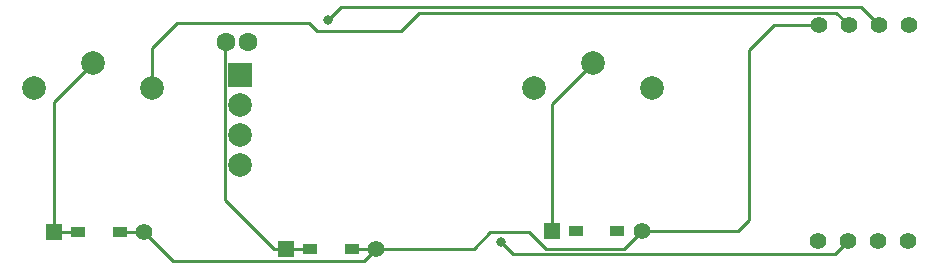
<source format=gbr>
G04 #@! TF.GenerationSoftware,KiCad,Pcbnew,(5.1.6-0-10_14)*
G04 #@! TF.CreationDate,2023-01-09T16:43:16+09:00*
G04 #@! TF.ProjectId,cool644,636f6f6c-3634-4342-9e6b-696361645f70,rev?*
G04 #@! TF.SameCoordinates,Original*
G04 #@! TF.FileFunction,Copper,L2,Bot*
G04 #@! TF.FilePolarity,Positive*
%FSLAX46Y46*%
G04 Gerber Fmt 4.6, Leading zero omitted, Abs format (unit mm)*
G04 Created by KiCad (PCBNEW (5.1.6-0-10_14)) date 2023-01-09 16:43:16*
%MOMM*%
%LPD*%
G01*
G04 APERTURE LIST*
G04 #@! TA.AperFunction,ComponentPad*
%ADD10C,2.000000*%
G04 #@! TD*
G04 #@! TA.AperFunction,ComponentPad*
%ADD11R,2.000000X2.000000*%
G04 #@! TD*
G04 #@! TA.AperFunction,ComponentPad*
%ADD12C,1.600000*%
G04 #@! TD*
G04 #@! TA.AperFunction,ComponentPad*
%ADD13C,1.397000*%
G04 #@! TD*
G04 #@! TA.AperFunction,ComponentPad*
%ADD14R,1.397000X1.397000*%
G04 #@! TD*
G04 #@! TA.AperFunction,SMDPad,CuDef*
%ADD15R,1.300000X0.950000*%
G04 #@! TD*
G04 #@! TA.AperFunction,ViaPad*
%ADD16C,0.800000*%
G04 #@! TD*
G04 #@! TA.AperFunction,Conductor*
%ADD17C,0.250000*%
G04 #@! TD*
G04 APERTURE END LIST*
D10*
X128715000Y75380000D03*
X128715000Y77920000D03*
X128715000Y80460000D03*
D11*
X128715000Y83000000D03*
D12*
X129340000Y85840000D03*
X127490000Y85840000D03*
D13*
X185300000Y87290000D03*
X182760000Y87290000D03*
X180220000Y87290000D03*
X177680000Y87290000D03*
X162690000Y69810000D03*
D14*
X155070000Y69810000D03*
D15*
X157105000Y69810000D03*
X160655000Y69810000D03*
D13*
X177660000Y68960000D03*
X180200000Y68960000D03*
X182740000Y68960000D03*
X185280000Y68960000D03*
X120530000Y69750000D03*
D14*
X112910000Y69750000D03*
D15*
X114945000Y69750000D03*
X118495000Y69750000D03*
X138215000Y68300000D03*
X134665000Y68300000D03*
D14*
X132630000Y68300000D03*
D13*
X140250000Y68300000D03*
D10*
X111270000Y81970000D03*
X116270000Y84070000D03*
X121270000Y81970000D03*
X163590000Y81970000D03*
X158590000Y84070000D03*
X153590000Y81970000D03*
D16*
X150820000Y68860000D03*
X136150000Y87660000D03*
D17*
X112910000Y80710000D02*
X116270000Y84070000D01*
X112910000Y69750000D02*
X112910000Y80710000D01*
X112910000Y69750000D02*
X114945000Y69750000D01*
X118495000Y69750000D02*
X120530000Y69750000D01*
X171770000Y85160000D02*
X171770000Y70760000D01*
X173900000Y87290000D02*
X171770000Y85160000D01*
X139226499Y67276499D02*
X140250000Y68300000D01*
X120530000Y69750000D02*
X123003501Y67276499D01*
X123003501Y67276499D02*
X139226499Y67276499D01*
X149880000Y69710000D02*
X153180000Y69710000D01*
X153788999Y69108999D02*
X154597998Y68300000D01*
X153788999Y69108999D02*
X153781001Y69108999D01*
X140250000Y68300000D02*
X148470000Y68300000D01*
X153781001Y69108999D02*
X153180000Y69710000D01*
X154597998Y68300000D02*
X161180000Y68300000D01*
X148470000Y68300000D02*
X149880000Y69710000D01*
X161180000Y68300000D02*
X162690000Y69810000D01*
X171770000Y70760000D02*
X170820000Y69810000D01*
X170820000Y69810000D02*
X162690000Y69810000D01*
X177680000Y87290000D02*
X173900000Y87290000D01*
X138215000Y68300000D02*
X140250000Y68300000D01*
X132630000Y68300000D02*
X134665000Y68300000D01*
X131565998Y68300000D02*
X127389999Y72475999D01*
X127389999Y85739999D02*
X127490000Y85840000D01*
X132630000Y68300000D02*
X131565998Y68300000D01*
X127389999Y72475999D02*
X127389999Y85739999D01*
X155070000Y80550000D02*
X158590000Y84070000D01*
X155070000Y69810000D02*
X155070000Y80550000D01*
X161579990Y67849990D02*
X161366400Y67849990D01*
X151830010Y67849990D02*
X150820000Y68860000D01*
X161579990Y67849990D02*
X151830010Y67849990D01*
X179089990Y67849990D02*
X161579990Y67849990D01*
X180200000Y68960000D02*
X179089990Y67849990D01*
X123370000Y87430000D02*
X121270000Y85330000D01*
X123370000Y87430000D02*
X134550000Y87430000D01*
X180220000Y87290000D02*
X179196499Y88313501D01*
X121270000Y81970000D02*
X121270000Y85330000D01*
X134550000Y87430000D02*
X135230000Y86750000D01*
X142322998Y86750000D02*
X143886499Y88313501D01*
X135230000Y86750000D02*
X142322998Y86750000D01*
X179196499Y88313501D02*
X143886499Y88313501D01*
X137253511Y88763511D02*
X136150000Y87660000D01*
X137540000Y88763511D02*
X137253511Y88763511D01*
X181286489Y88763511D02*
X179382899Y88763511D01*
X179382899Y88763511D02*
X137540000Y88763511D01*
X182760000Y87290000D02*
X181286489Y88763511D01*
M02*

</source>
